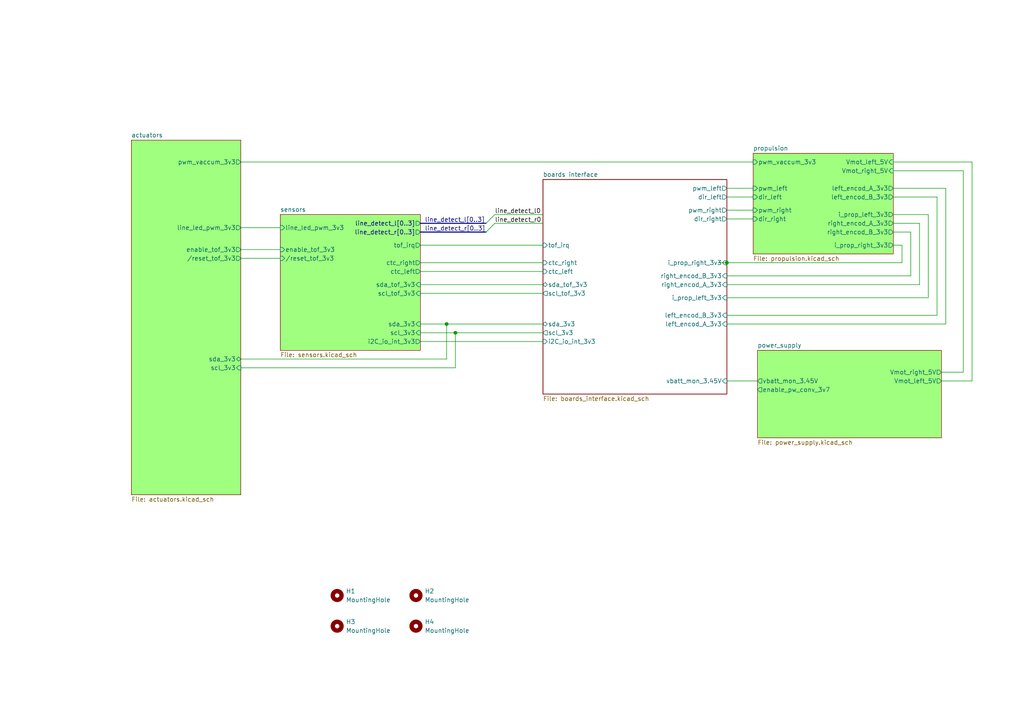
<source format=kicad_sch>
(kicad_sch (version 20250114) (generator "eeschema") (generator_version "9.0")
  (paper "A4")
  (lib_symbols
    (symbol "Mechanical:MountingHole" (pin_names (offset 1.016)) (exclude_from_sim yes) (in_bom no)
      (property "Reference" "H" (at 0 5.08 0))
      (property "Value" "MountingHole" (at 0 3.175 0))
      (symbol "MountingHole_0_1"
        (circle (center 0 0) (radius 1.27) (stroke (width 1.27)))
      )
    )
  )
  (junction (at 129.54 93.98))
  (junction (at 132.08 96.52))
  (junction (at 210.82 76.2))
  (bus_entry (at 140.97 64.77) (size 2.54 -2.54))
  (bus_entry (at 140.97 67.31) (size 2.54 -2.54))
  (wire (pts (xy 274.32 54.61) (xy 274.32 93.98)))
  (wire (pts (xy 69.85 104.14) (xy 129.54 104.14)))
  (wire (pts (xy 121.92 93.98) (xy 129.54 93.98)))
  (wire (pts (xy 271.78 91.44) (xy 210.82 91.44)))
  (wire (pts (xy 69.85 46.99) (xy 218.44 46.99)))
  (wire (pts (xy 69.85 66.04) (xy 81.28 66.04)))
  (wire (pts (xy 129.54 93.98) (xy 157.48 93.98)))
  (wire (pts (xy 121.92 78.74) (xy 157.48 78.74)))
  (wire (pts (xy 143.51 64.77) (xy 157.48 64.77)))
  (wire (pts (xy 210.82 54.61) (xy 218.44 54.61)))
  (wire (pts (xy 271.78 57.15) (xy 271.78 91.44)))
  (bus (pts (xy 121.92 64.77) (xy 140.97 64.77)))
  (wire (pts (xy 132.08 96.52) (xy 132.08 106.68)))
  (wire (pts (xy 259.08 67.31) (xy 264.16 67.31)))
  (wire (pts (xy 132.08 96.52) (xy 157.48 96.52)))
  (wire (pts (xy 264.16 80.01) (xy 210.82 80.01)))
  (wire (pts (xy 210.82 60.96) (xy 218.44 60.96)))
  (bus (pts (xy 121.92 67.31) (xy 140.97 67.31)))
  (wire (pts (xy 279.4 107.95) (xy 279.4 49.53)))
  (wire (pts (xy 261.62 76.2) (xy 261.62 71.12)))
  (wire (pts (xy 281.94 110.49) (xy 273.05 110.49)))
  (wire (pts (xy 273.05 107.95) (xy 279.4 107.95)))
  (wire (pts (xy 264.16 67.31) (xy 264.16 80.01)))
  (wire (pts (xy 121.92 82.55) (xy 157.48 82.55)))
  (wire (pts (xy 269.24 86.36) (xy 269.24 62.23)))
  (wire (pts (xy 210.82 57.15) (xy 218.44 57.15)))
  (wire (pts (xy 259.08 57.15) (xy 271.78 57.15)))
  (wire (pts (xy 210.82 110.49) (xy 219.71 110.49)))
  (wire (pts (xy 121.92 76.2) (xy 157.48 76.2)))
  (wire (pts (xy 69.85 72.39) (xy 81.28 72.39)))
  (wire (pts (xy 259.08 64.77) (xy 266.7 64.77)))
  (wire (pts (xy 279.4 49.53) (xy 259.08 49.53)))
  (wire (pts (xy 69.85 74.93) (xy 81.28 74.93)))
  (wire (pts (xy 259.08 54.61) (xy 274.32 54.61)))
  (wire (pts (xy 266.7 82.55) (xy 210.82 82.55)))
  (wire (pts (xy 274.32 93.98) (xy 210.82 93.98)))
  (wire (pts (xy 121.92 85.09) (xy 157.48 85.09)))
  (wire (pts (xy 121.92 99.06) (xy 157.48 99.06)))
  (wire (pts (xy 129.54 93.98) (xy 129.54 104.14)))
  (wire (pts (xy 269.24 62.23) (xy 259.08 62.23)))
  (wire (pts (xy 266.7 64.77) (xy 266.7 82.55)))
  (wire (pts (xy 259.08 46.99) (xy 281.94 46.99)))
  (wire (pts (xy 210.82 63.5) (xy 218.44 63.5)))
  (wire (pts (xy 121.92 71.12) (xy 157.48 71.12)))
  (wire (pts (xy 210.82 76.2) (xy 261.62 76.2)))
  (wire (pts (xy 261.62 71.12) (xy 259.08 71.12)))
  (wire (pts (xy 121.92 96.52) (xy 132.08 96.52)))
  (wire (pts (xy 143.51 62.23) (xy 157.48 62.23)))
  (wire (pts (xy 210.82 86.36) (xy 269.24 86.36)))
  (wire (pts (xy 69.85 106.68) (xy 132.08 106.68)))
  (wire (pts (xy 208.28 76.2) (xy 210.82 76.2)))
  (wire (pts (xy 281.94 46.99) (xy 281.94 110.49)))
  (label "line_detect_r0" (at 143.51 64.77 0))
  (label "line_detect_l[0..3]" (at 123.19 64.77 0))
  (label "line_detect_r[0..3]" (at 123.19 67.31 0))
  (label "line_detect_l0" (at 143.51 62.23 0))
  (symbol (lib_id "Mechanical:MountingHole") (at 120.65 181.61 0) (unit 1) (exclude_from_sim yes) (in_bom no)
    (property "Reference" "H4" (at 123.19 180.3399 0) (effects (justify left)))
    (property "Value" "MountingHole" (at 123.19 182.8799 0) (effects (justify left)))
    (property "Footprint" "cocotter_others:MountingHole_2.1mm" (effects (hide yes)))
    (property "Description" "Mounting Hole without connection" (effects (hide yes)))
  )
  (symbol (lib_id "Mechanical:MountingHole") (at 120.65 172.72 0) (unit 1) (exclude_from_sim yes) (in_bom no)
    (property "Reference" "H2" (at 123.19 171.4499 0) (effects (justify left)))
    (property "Value" "MountingHole" (at 123.19 173.9899 0) (effects (justify left)))
    (property "Footprint" "cocotter_others:MountingHole_2.1mm" (effects (hide yes)))
    (property "Description" "Mounting Hole without connection" (effects (hide yes)))
  )
  (symbol (lib_id "Mechanical:MountingHole") (at 97.79 172.72 0) (unit 1) (exclude_from_sim yes) (in_bom no)
    (property "Reference" "H1" (at 100.33 171.4499 0) (effects (justify left)))
    (property "Value" "MountingHole" (at 100.33 173.9899 0) (effects (justify left)))
    (property "Footprint" "cocotter_others:MountingHole_2.1mm" (effects (hide yes)))
    (property "Description" "Mounting Hole without connection" (effects (hide yes)))
  )
  (symbol (lib_id "Mechanical:MountingHole") (at 97.79 181.61 0) (unit 1) (exclude_from_sim yes) (in_bom no)
    (property "Reference" "H3" (at 100.33 180.3399 0) (effects (justify left)))
    (property "Value" "MountingHole" (at 100.33 182.8799 0) (effects (justify left)))
    (property "Footprint" "cocotter_others:MountingHole_2.1mm" (effects (hide yes)))
    (property "Description" "Mounting Hole without connection" (effects (hide yes)))
  )
  (sheet (at 219.71 101.6) (size 53.34 25.4) (stroke (width 0.1524)) (fill (color 160 255 127 1.0000))
    (property "Sheetname" "power_supply" (at 219.71 100.8884 0) (effects (justify left bottom)))
    (property "Sheetfile" "power_supply.kicad_sch" (at 219.71 127.5846 0) (effects (justify left top)))
    (pin "vbatt_mon_3.45V" output (at 219.71 110.49 180))
    (pin "Vmot_left_5V" output (at 273.05 110.49 0))
    (pin "Vmot_right_5V" output (at 273.05 107.95 0))
    (pin "enable_pw_conv_3v7" output (at 219.71 113.03 180))
  )
  (sheet (at 38.1 40.64) (size 31.75 102.87) (stroke (width 0.1524)) (fill (color 160 255 127 1.0000))
    (property "Sheetname" "actuators" (at 38.1 39.9284 0) (effects (justify left bottom)))
    (property "Sheetfile" "actuators.kicad_sch" (at 38.1 144.0946 0) (effects (justify left top)))
    (pin "sda_3v3" bidirectional (at 69.85 104.14 0))
    (pin "scl_3v3" input (at 69.85 106.68 0))
    (pin "line_led_pwm_3v3" output (at 69.85 66.04 0))
    (pin "enable_tof_3v3" output (at 69.85 72.39 0))
    (pin "{slash}reset_tof_3v3" output (at 69.85 74.93 0))
    (pin "pwm_vaccum_3v3" output (at 69.85 46.99 0))
  )
  (sheet (at 81.28 62.23) (size 40.64 39.37) (stroke (width 0.1524)) (fill (color 160 255 127 1.0000))
    (property "Sheetname" "sensors" (at 81.28 61.5184 0) (effects (justify left bottom)))
    (property "Sheetfile" "sensors.kicad_sch" (at 81.28 102.1846 0) (effects (justify left top)))
    (pin "line_led_pwm_3v3" input (at 81.28 66.04 180))
    (pin "line_detect_r[0..3]" output (at 121.92 67.31 0))
    (pin "line_detect_l[0..3]" output (at 121.92 64.77 0))
    (pin "enable_tof_3v3" input (at 81.28 72.39 180))
    (pin "{slash}reset_tof_3v3" input (at 81.28 74.93 180))
    (pin "sda_tof_3v3" input (at 121.92 82.55 0))
    (pin "scl_tof_3v3" input (at 121.92 85.09 0))
    (pin "ctc_left" output (at 121.92 78.74 0))
    (pin "ctc_right" output (at 121.92 76.2 0))
    (pin "tof_irq" output (at 121.92 71.12 0))
    (pin "i2C_io_int_3v3" output (at 121.92 99.06 0))
    (pin "sda_3v3" input (at 121.92 93.98 0))
    (pin "scl_3v3" input (at 121.92 96.52 0))
  )
  (sheet (at 157.48 52.07) (size 53.34 62.23) (stroke (width 0.1524))
    (property "Sheetname" "boards interface" (at 157.48 51.3584 0) (effects (justify left bottom)))
    (property "Sheetfile" "boards_interface.kicad_sch" (at 157.48 114.8846 0) (effects (justify left top)))
    (pin "left_encod_B_3v3" input (at 210.82 91.44 0))
    (pin "tof_irq" input (at 157.48 71.12 180))
    (pin "right_encod_B_3v3" input (at 210.82 80.01 0))
    (pin "right_encod_A_3v3" input (at 210.82 82.55 0))
    (pin "left_encod_A_3v3" input (at 210.82 93.98 0))
    (pin "ctc_left" input (at 157.48 78.74 180))
    (pin "ctc_right" input (at 157.48 76.2 180))
    (pin "pwm_left" output (at 210.82 54.61 0))
    (pin "dir_left" output (at 210.82 57.15 0))
    (pin "i_prop_right_3v3" input (at 210.82 76.2 0))
    (pin "i_prop_left_3v3" input (at 210.82 86.36 0))
    (pin "dir_right" output (at 210.82 63.5 0))
    (pin "pwm_right" output (at 210.82 60.96 0))
    (pin "i2C_io_int_3v3" input (at 157.48 99.06 180))
    (pin "sda_3v3" bidirectional (at 157.48 93.98 180))
    (pin "scl_3v3" output (at 157.48 96.52 180))
    (pin "vbatt_mon_3.45V" input (at 210.82 110.49 0))
    (pin "scl_tof_3v3" output (at 157.48 85.09 180))
    (pin "sda_tof_3v3" tri_state (at 157.48 82.55 180))
  )
  (sheet (at 218.44 44.45) (size 40.64 29.21) (stroke (width 0.1524)) (fill (color 160 255 127 1.0000))
    (property "Sheetname" "propulsion" (at 218.44 43.7384 0) (effects (justify left bottom)))
    (property "Sheetfile" "propulsion.kicad_sch" (at 218.44 74.2446 0) (effects (justify left top)))
    (pin "pwm_left" input (at 218.44 54.61 180))
    (pin "dir_left" input (at 218.44 57.15 180))
    (pin "pwm_right" input (at 218.44 60.96 180))
    (pin "dir_right" input (at 218.44 63.5 180))
    (pin "i_prop_right_3v3" output (at 259.08 71.12 0))
    (pin "i_prop_left_3v3" output (at 259.08 62.23 0))
    (pin "pwm_vaccum_3v3" input (at 218.44 46.99 180))
    (pin "right_encod_B_3v3" output (at 259.08 67.31 0))
    (pin "right_encod_A_3v3" output (at 259.08 64.77 0))
    (pin "left_encod_A_3v3" output (at 259.08 54.61 0))
    (pin "left_encod_B_3v3" output (at 259.08 57.15 0))
    (pin "Vmot_right_5V" input (at 259.08 49.53 0))
    (pin "Vmot_left_5V" input (at 259.08 46.99 0))
  )
)
</source>
